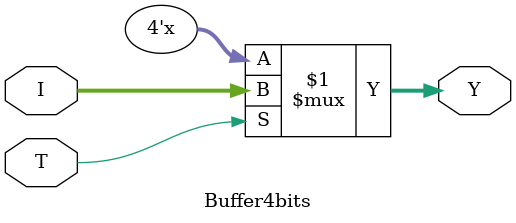
<source format=v>
module Buffer4bits(input  T, input [3:0]I, output wire [3:0]Y);
  assign Y = (T) ? I: 4'bz ;
endmodule //El modulo realiza la operecion que mientras "T" sea 0 la salida "Y"
        //va a estar en alta impedancia, en caso contrario sera el valor que
        // tenga en ese instante la entrada "I".

</source>
